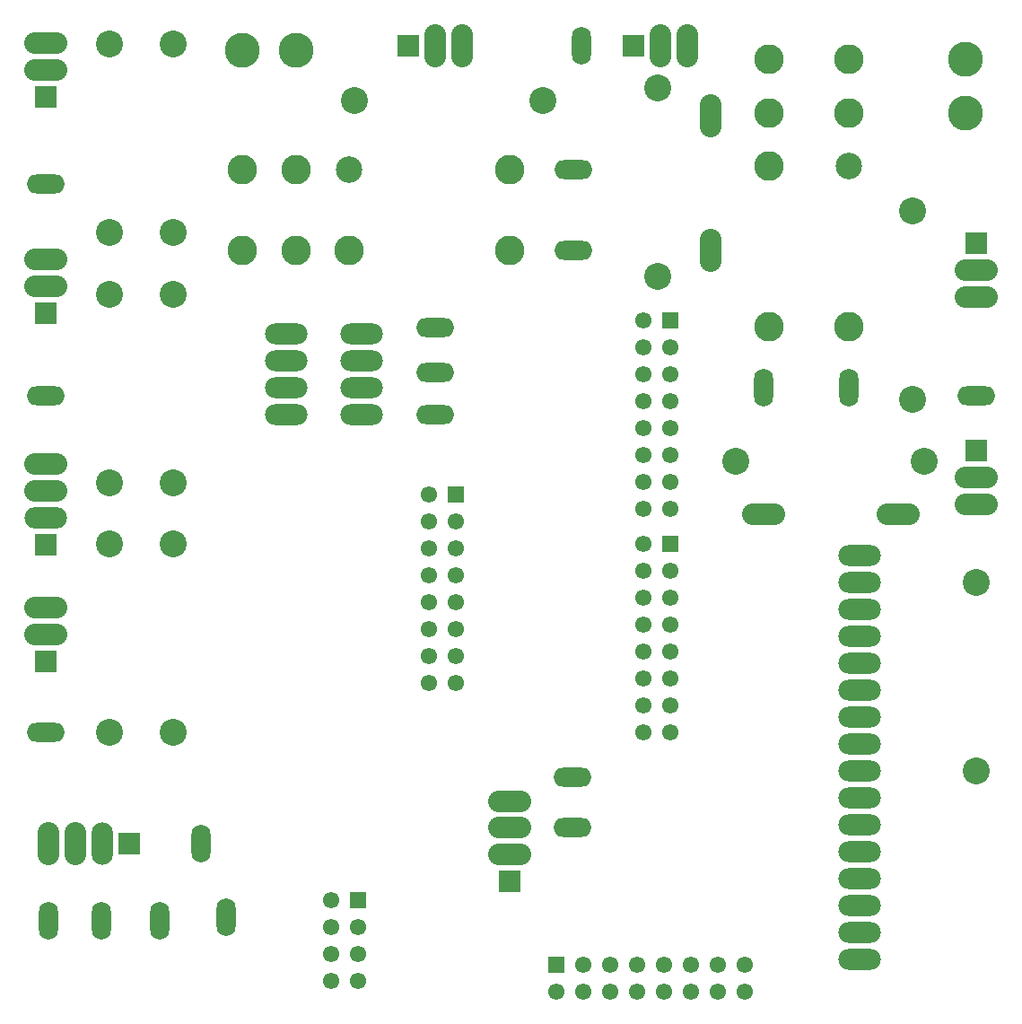
<source format=gbr>
%TF.GenerationSoftware,KiCad,Pcbnew,(6.0.2)*%
%TF.CreationDate,2022-04-01T20:19:05+02:00*%
%TF.ProjectId,beanbot_312,6265616e-626f-4745-9f33-31322e6b6963,rev?*%
%TF.SameCoordinates,Original*%
%TF.FileFunction,Soldermask,Bot*%
%TF.FilePolarity,Negative*%
%FSLAX46Y46*%
G04 Gerber Fmt 4.6, Leading zero omitted, Abs format (unit mm)*
G04 Created by KiCad (PCBNEW (6.0.2)) date 2022-04-01 20:19:05*
%MOMM*%
%LPD*%
G01*
G04 APERTURE LIST*
%ADD10O,1.798320X3.599180*%
%ADD11O,3.599180X1.798320*%
%ADD12R,2.032000X2.032000*%
%ADD13O,4.064000X2.032000*%
%ADD14C,3.302000*%
%ADD15R,2.032000X2.000000*%
%ADD16O,2.032000X4.000000*%
%ADD17O,2.032000X4.064000*%
%ADD18C,2.794000*%
%ADD19C,2.499360*%
%ADD20C,2.540000*%
%ADD21O,4.000000X2.000000*%
%ADD22R,2.000000X2.032000*%
%ADD23O,4.000000X2.032000*%
%ADD24C,1.550000*%
%ADD25R,1.550000X1.550000*%
G04 APERTURE END LIST*
D10*
%TO.C,M38*%
X174000000Y-83061900D03*
%TD*%
D11*
%TO.C,M39*%
X156015100Y-70100000D03*
%TD*%
D12*
%TO.C,M43*%
X194000000Y-69460000D03*
D13*
X194000000Y-72000000D03*
X194000000Y-74540000D03*
%TD*%
D14*
%TO.C,M30*%
X192977140Y-57139360D03*
X192977140Y-52061900D03*
%TD*%
D11*
%TO.C,M2*%
X106240000Y-115560000D03*
%TD*%
D12*
%TO.C,M4*%
X106240000Y-108890000D03*
D13*
X106240000Y-106350000D03*
X106240000Y-103810000D03*
%TD*%
D11*
%TO.C,M23*%
X143000000Y-77370000D03*
%TD*%
D15*
%TO.C,M16*%
X114080000Y-126100000D03*
D16*
X111540000Y-126100000D03*
D17*
X109000000Y-126100000D03*
X106460000Y-126100000D03*
%TD*%
D11*
%TO.C,M51*%
X156015100Y-62543500D03*
%TD*%
D14*
%TO.C,M32*%
X129842560Y-51244280D03*
X124765100Y-51244280D03*
%TD*%
D18*
%TO.C,M29*%
X182000000Y-57139360D03*
D19*
X182000000Y-62178720D03*
D18*
X182000000Y-52100000D03*
X174443500Y-57139360D03*
X174443500Y-62178720D03*
X174443500Y-52100000D03*
X182000000Y-77296800D03*
X174443500Y-77296800D03*
%TD*%
D12*
%TO.C,M48*%
X161685100Y-50784280D03*
D17*
X164225100Y-50784280D03*
X166765100Y-50784280D03*
%TD*%
D10*
%TO.C,M17*%
X111480000Y-133350000D03*
%TD*%
D20*
%TO.C,M9*%
X112240000Y-92020000D03*
X112240000Y-74240000D03*
%TD*%
%TO.C,M11*%
X194000000Y-101480000D03*
X194000000Y-119260000D03*
%TD*%
D12*
%TO.C,M47*%
X194000000Y-88981900D03*
D13*
X194000000Y-91521900D03*
X194000000Y-94061900D03*
%TD*%
D10*
%TO.C,M42*%
X156803200Y-50784280D03*
%TD*%
D20*
%TO.C,M44*%
X189160000Y-90000000D03*
X171380000Y-90000000D03*
%TD*%
D11*
%TO.C,M12*%
X106240000Y-63830000D03*
%TD*%
%TO.C,M24*%
X143000000Y-81640000D03*
%TD*%
D12*
%TO.C,M46*%
X140460000Y-50784280D03*
D17*
X143000000Y-50784280D03*
X145540000Y-50784280D03*
%TD*%
D12*
%TO.C,M14*%
X106240000Y-55640000D03*
D13*
X106240000Y-53100000D03*
X106240000Y-50560000D03*
%TD*%
D10*
%TO.C,M28*%
X123270000Y-133000000D03*
%TD*%
%TO.C,M27*%
X117000000Y-133350000D03*
%TD*%
D17*
%TO.C,M36*%
X169000000Y-70100000D03*
X169000000Y-57400000D03*
%TD*%
D21*
%TO.C,SV1*%
X183000000Y-137040000D03*
X183000000Y-134500000D03*
X183000000Y-131960000D03*
X183000000Y-129420000D03*
X183000000Y-126880000D03*
X183000000Y-124340000D03*
X183000000Y-121800000D03*
X183000000Y-119260000D03*
X183000000Y-116720000D03*
X183000000Y-114180000D03*
X183000000Y-111640000D03*
X183000000Y-109100000D03*
X183000000Y-106560000D03*
X183000000Y-104020000D03*
X183000000Y-101480000D03*
X183000000Y-98940000D03*
%TD*%
D10*
%TO.C,M1*%
X120870000Y-126050000D03*
%TD*%
D11*
%TO.C,M41*%
X194000000Y-83830000D03*
%TD*%
D20*
%TO.C,M3*%
X118240000Y-115560000D03*
X118240000Y-97780000D03*
%TD*%
D11*
%TO.C,M6*%
X106240000Y-83830000D03*
%TD*%
D20*
%TO.C,M45*%
X164000000Y-54840000D03*
X164000000Y-72620000D03*
%TD*%
D11*
%TO.C,M20*%
X155950000Y-119820000D03*
%TD*%
D10*
%TO.C,M50*%
X182000000Y-83061900D03*
%TD*%
D13*
%TO.C,M35*%
X174000000Y-95000000D03*
X186700000Y-95000000D03*
%TD*%
D18*
%TO.C,M31*%
X129842560Y-62543500D03*
D19*
X134881920Y-62543500D03*
D18*
X124803200Y-62543500D03*
X129842560Y-70100000D03*
X134881920Y-70100000D03*
X124803200Y-70100000D03*
X150000000Y-62543500D03*
X150000000Y-70100000D03*
%TD*%
D21*
%TO.C,M25*%
X128888000Y-85640000D03*
X128888000Y-83100000D03*
X128888000Y-80560000D03*
X128888000Y-78020000D03*
X136000000Y-85640000D03*
X136000000Y-83100000D03*
X136000000Y-80560000D03*
X136000000Y-78020000D03*
%TD*%
D20*
%TO.C,M13*%
X118240000Y-68400000D03*
X118240000Y-50620000D03*
%TD*%
%TO.C,M40*%
X153160000Y-56000000D03*
X135380000Y-56000000D03*
%TD*%
D12*
%TO.C,M8*%
X106240000Y-76020000D03*
D13*
X106240000Y-73480000D03*
X106240000Y-70940000D03*
%TD*%
D20*
%TO.C,M15*%
X112240000Y-68400000D03*
X112240000Y-50620000D03*
%TD*%
D11*
%TO.C,M19*%
X155900000Y-124570000D03*
%TD*%
D22*
%TO.C,M10*%
X106240000Y-97910000D03*
D23*
X106240000Y-95370000D03*
D13*
X106240000Y-92830000D03*
X106240000Y-90290000D03*
%TD*%
D10*
%TO.C,M18*%
X106480000Y-133350000D03*
%TD*%
D20*
%TO.C,M37*%
X188000000Y-84160000D03*
X188000000Y-66380000D03*
%TD*%
D12*
%TO.C,M21*%
X150000000Y-129640000D03*
D13*
X150000000Y-127100000D03*
X150000000Y-124560000D03*
X150000000Y-122100000D03*
%TD*%
D20*
%TO.C,M7*%
X118240000Y-92020000D03*
X118240000Y-74240000D03*
%TD*%
%TO.C,M5*%
X112240000Y-115560000D03*
X112240000Y-97780000D03*
%TD*%
D24*
%TO.C,U1*%
X133114602Y-133947806D03*
X135654602Y-133947806D03*
D25*
X135654602Y-131407806D03*
D24*
X133114602Y-131407806D03*
X162629402Y-115583612D03*
X135654602Y-139027806D03*
X165144012Y-94476202D03*
X165169402Y-115583612D03*
X133114602Y-139027806D03*
X142385610Y-110960810D03*
X133114602Y-136487806D03*
X144925610Y-110960810D03*
X162604012Y-94476202D03*
X135654602Y-136487806D03*
X154429584Y-140031263D03*
D25*
X154429584Y-137491263D03*
D24*
X156969584Y-140031263D03*
X156969584Y-137491263D03*
X159509584Y-140031263D03*
X159509584Y-137491263D03*
X162049584Y-140031263D03*
X162049584Y-137491263D03*
X164589584Y-140031263D03*
X164589584Y-137491263D03*
X167129584Y-140031263D03*
X167129584Y-137491263D03*
X169669584Y-140031263D03*
X169669584Y-137491263D03*
X172209584Y-140031263D03*
X172209584Y-137491263D03*
D25*
X144925610Y-93180810D03*
D24*
X142385610Y-93180810D03*
X144925610Y-95720810D03*
X142385610Y-95720810D03*
X144925610Y-98260810D03*
X142385610Y-98260810D03*
X144925610Y-100800810D03*
X142385610Y-100800810D03*
X144925610Y-103340810D03*
X142385610Y-103340810D03*
X144925610Y-105880810D03*
X142385610Y-105880810D03*
X144925610Y-108420810D03*
X142385610Y-108420810D03*
D25*
X165169402Y-97803612D03*
D24*
X162629402Y-97803612D03*
X165169402Y-100343612D03*
X162629402Y-100343612D03*
X165169402Y-102883612D03*
X162629402Y-102883612D03*
X165169402Y-105423612D03*
X162629402Y-105423612D03*
X165169402Y-107963612D03*
X162629402Y-107963612D03*
X165169402Y-110503612D03*
X162629402Y-110503612D03*
X165169402Y-113043612D03*
X162629402Y-113043612D03*
D25*
X165144012Y-76696202D03*
D24*
X162604012Y-76696202D03*
X165144012Y-79236202D03*
X162604012Y-79236202D03*
X165144012Y-81776202D03*
X162604012Y-81776202D03*
X165144012Y-84316202D03*
X162604012Y-84316202D03*
X165144012Y-86856202D03*
X162604012Y-86856202D03*
X165144012Y-89396202D03*
X162604012Y-89396202D03*
X165144012Y-91936202D03*
X162604012Y-91936202D03*
%TD*%
D11*
%TO.C,M26*%
X143000000Y-85640000D03*
%TD*%
M02*

</source>
